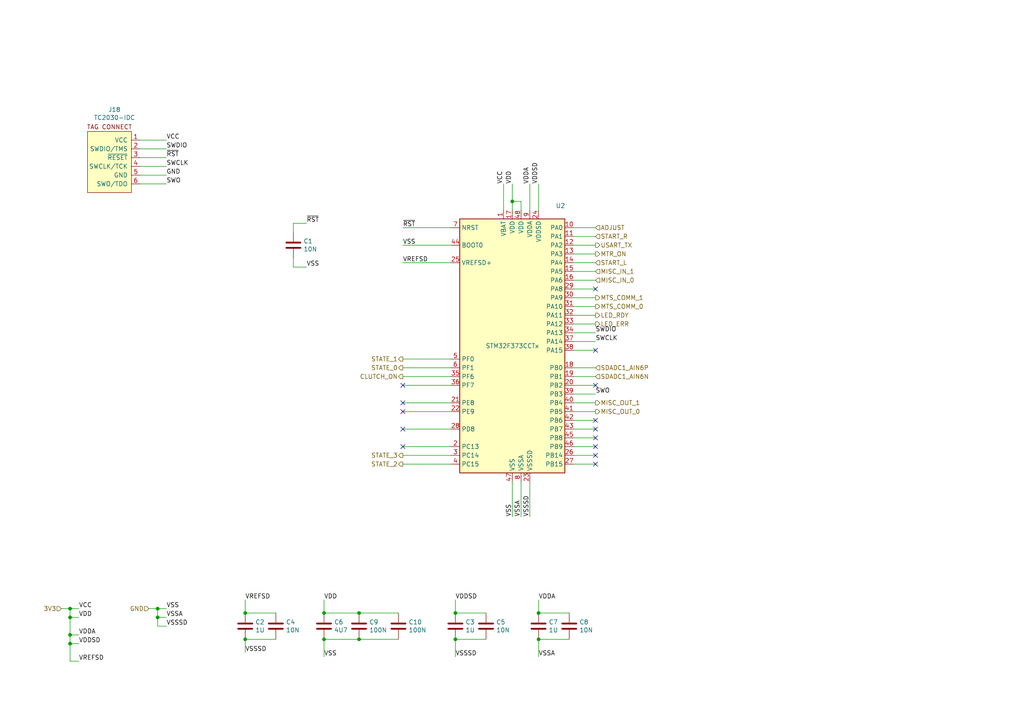
<source format=kicad_sch>
(kicad_sch (version 20211123) (generator eeschema)
  (paper "A4")
  (lib_symbols
    (symbol "Device:C" (pin_numbers hide) (pin_names (offset 0.254))
      (property "Reference" "C" (at 0.635 2.54 0))
      (property "Value" "C" (at 0.635 -2.54 0))
      (symbol "C_0_1"
        (polyline (pts (xy -2.032 -0.762) (xy 2.032 -0.762)) (stroke (width 0.508)))
        (polyline (pts (xy -2.032 0.762) (xy 2.032 0.762)) (stroke (width 0.508)))
      )
      (symbol "C_1_1"
        (pin passive line (at 0 3.81 270) (length 2.794) (name "~") (number "1"))
        (pin passive line (at 0 -3.81 90) (length 2.794) (name "~") (number "2"))
      )
    )
    (symbol "MCU_ST_STM32F3:STM32F373CCTx"
      (property "Reference" "U" (at -15.24 36.83 0))
      (property "Value" "STM32F373CCTx" (at 10.16 36.83 0))
      (symbol "STM32F373CCTx_0_1"
        (rectangle (start -15.24 -38.1) (end 15.24 35.56) (stroke (width 0.254)) (fill (type background)))
      )
      (symbol "STM32F373CCTx_1_1"
        (pin power_in line (at -2.54 38.1 270) (length 2.54) (name "VBAT") (number "1"))
        (pin bidirectional line (at 17.78 33.02 180) (length 2.54) (name "PA0") (number "10"))
        (pin bidirectional line (at 17.78 30.48 180) (length 2.54) (name "PA1") (number "11"))
        (pin bidirectional line (at 17.78 27.94 180) (length 2.54) (name "PA2") (number "12"))
        (pin bidirectional line (at 17.78 25.4 180) (length 2.54) (name "PA3") (number "13"))
        (pin bidirectional line (at 17.78 22.86 180) (length 2.54) (name "PA4") (number "14"))
        (pin bidirectional line (at 17.78 20.32 180) (length 2.54) (name "PA5") (number "15"))
        (pin bidirectional line (at 17.78 17.78 180) (length 2.54) (name "PA6") (number "16"))
        (pin power_in line (at 0 38.1 270) (length 2.54) (name "VDD") (number "17"))
        (pin bidirectional line (at 17.78 -7.62 180) (length 2.54) (name "PB0") (number "18"))
        (pin bidirectional line (at 17.78 -10.16 180) (length 2.54) (name "PB1") (number "19"))
        (pin bidirectional line (at -17.78 -30.48 0) (length 2.54) (name "PC13") (number "2"))
        (pin bidirectional line (at 17.78 -12.7 180) (length 2.54) (name "PB2") (number "20"))
        (pin bidirectional line (at -17.78 -17.78 0) (length 2.54) (name "PE8") (number "21"))
        (pin bidirectional line (at -17.78 -20.32 0) (length 2.54) (name "PE9") (number "22"))
        (pin power_in line (at 5.08 -40.64 90) (length 2.54) (name "VSSSD") (number "23"))
        (pin power_in line (at 7.62 38.1 270) (length 2.54) (name "VDDSD") (number "24"))
        (pin power_in line (at -17.78 22.86 0) (length 2.54) (name "VREFSD+") (number "25"))
        (pin bidirectional line (at 17.78 -33.02 180) (length 2.54) (name "PB14") (number "26"))
        (pin bidirectional line (at 17.78 -35.56 180) (length 2.54) (name "PB15") (number "27"))
        (pin bidirectional line (at -17.78 -25.4 0) (length 2.54) (name "PD8") (number "28"))
        (pin bidirectional line (at 17.78 15.24 180) (length 2.54) (name "PA8") (number "29"))
        (pin bidirectional line (at -17.78 -33.02 0) (length 2.54) (name "PC14") (number "3"))
        (pin bidirectional line (at 17.78 12.7 180) (length 2.54) (name "PA9") (number "30"))
        (pin bidirectional line (at 17.78 10.16 180) (length 2.54) (name "PA10") (number "31"))
        (pin bidirectional line (at 17.78 7.62 180) (length 2.54) (name "PA11") (number "32"))
        (pin bidirectional line (at 17.78 5.08 180) (length 2.54) (name "PA12") (number "33"))
        (pin bidirectional line (at 17.78 2.54 180) (length 2.54) (name "PA13") (number "34"))
        (pin bidirectional line (at -17.78 -10.16 0) (length 2.54) (name "PF6") (number "35"))
        (pin bidirectional line (at -17.78 -12.7 0) (length 2.54) (name "PF7") (number "36"))
        (pin bidirectional line (at 17.78 0 180) (length 2.54) (name "PA14") (number "37"))
        (pin bidirectional line (at 17.78 -2.54 180) (length 2.54) (name "PA15") (number "38"))
        (pin bidirectional line (at 17.78 -15.24 180) (length 2.54) (name "PB3") (number "39"))
        (pin bidirectional line (at -17.78 -35.56 0) (length 2.54) (name "PC15") (number "4"))
        (pin bidirectional line (at 17.78 -17.78 180) (length 2.54) (name "PB4") (number "40"))
        (pin bidirectional line (at 17.78 -20.32 180) (length 2.54) (name "PB5") (number "41"))
        (pin bidirectional line (at 17.78 -22.86 180) (length 2.54) (name "PB6") (number "42"))
        (pin bidirectional line (at 17.78 -25.4 180) (length 2.54) (name "PB7") (number "43"))
        (pin input line (at -17.78 27.94 0) (length 2.54) (name "BOOT0") (number "44"))
        (pin bidirectional line (at 17.78 -27.94 180) (length 2.54) (name "PB8") (number "45"))
        (pin bidirectional line (at 17.78 -30.48 180) (length 2.54) (name "PB9") (number "46"))
        (pin power_in line (at 0 -40.64 90) (length 2.54) (name "VSS") (number "47"))
        (pin power_in line (at 2.54 38.1 270) (length 2.54) (name "VDD") (number "48"))
        (pin input line (at -17.78 -5.08 0) (length 2.54) (name "PF0") (number "5"))
        (pin input line (at -17.78 -7.62 0) (length 2.54) (name "PF1") (number "6"))
        (pin input line (at -17.78 33.02 0) (length 2.54) (name "NRST") (number "7"))
        (pin power_in line (at 2.54 -40.64 90) (length 2.54) (name "VSSA") (number "8"))
        (pin power_in line (at 5.08 38.1 270) (length 2.54) (name "VDDA") (number "9"))
      )
    )
    (symbol "william_connectors:TC2030-IDC" (pin_names (offset 1.016))
      (property "Reference" "J" (at 10.16 -8.89 0))
      (property "Value" "william_connectors_TC2030-IDC" (at 1.27 -10.16 0))
      (symbol "TC2030-IDC_0_0"
        (text "TAG CONNECT" (at 1.27 10.16 0) (effects (font (size 1.27 1.27))))
      )
      (symbol "TC2030-IDC_0_1"
        (rectangle (start -5.08 -8.89) (end 7.62 8.89) (fill (type background)))
      )
      (symbol "TC2030-IDC_1_1"
        (pin power_in line (at -7.62 6.35 0) (length 2.54) (name "VCC") (number "1"))
        (pin bidirectional line (at -7.62 3.81 0) (length 2.54) (name "SWDIO/TMS") (number "2"))
        (pin output line (at -7.62 1.27 0) (length 2.54) (name "~{RESET}") (number "3"))
        (pin output line (at -7.62 -1.27 0) (length 2.54) (name "SWCLK/TCK") (number "4"))
        (pin power_in line (at -7.62 -3.81 0) (length 2.54) (name "GND") (number "5"))
        (pin input line (at -7.62 -6.35 0) (length 2.54) (name "SWO/TDO") (number "6"))
      )
    )
  )
  (junction (at 104.14 185.42))
  (junction (at 20.32 186.69))
  (junction (at 71.12 185.42))
  (junction (at 132.08 185.42))
  (junction (at 132.08 177.8))
  (junction (at 93.98 177.8))
  (junction (at 20.32 179.07))
  (junction (at 71.12 177.8))
  (junction (at 93.98 185.42))
  (junction (at 20.32 184.15))
  (junction (at 20.32 176.53))
  (junction (at 45.72 176.53))
  (junction (at 156.21 185.42))
  (junction (at 156.21 177.8))
  (junction (at 148.59 58.42))
  (junction (at 104.14 177.8))
  (junction (at 45.72 179.07))
  (no_connect (at 172.72 83.82))
  (no_connect (at 116.84 111.76))
  (no_connect (at 172.72 134.62))
  (no_connect (at 116.84 124.46))
  (no_connect (at 116.84 129.54))
  (no_connect (at 172.72 127))
  (no_connect (at 172.72 121.92))
  (no_connect (at 172.72 132.08))
  (no_connect (at 172.72 111.76))
  (no_connect (at 172.72 124.46))
  (no_connect (at 116.84 119.38))
  (no_connect (at 172.72 129.54))
  (no_connect (at 172.72 101.6))
  (no_connect (at 116.84 116.84))
  (wire (pts (xy 20.32 184.15) (xy 22.86 184.15)))
  (wire (pts (xy 71.12 185.42) (xy 80.01 185.42)))
  (wire (pts (xy 20.32 176.53) (xy 22.86 176.53)))
  (wire (pts (xy 45.72 179.07) (xy 48.26 179.07)))
  (wire (pts (xy 166.37 101.6) (xy 172.72 101.6)))
  (wire (pts (xy 48.26 43.18) (xy 40.64 43.18)))
  (wire (pts (xy 116.84 66.04) (xy 130.81 66.04)))
  (wire (pts (xy 146.05 60.96) (xy 146.05 53.34)))
  (wire (pts (xy 172.72 83.82) (xy 166.37 83.82)))
  (wire (pts (xy 172.72 116.84) (xy 166.37 116.84)))
  (wire (pts (xy 166.37 86.36) (xy 172.72 86.36)))
  (wire (pts (xy 88.9 77.47) (xy 85.09 77.47)))
  (wire (pts (xy 130.81 132.08) (xy 116.84 132.08)))
  (wire (pts (xy 20.32 179.07) (xy 20.32 184.15)))
  (wire (pts (xy 130.81 116.84) (xy 116.84 116.84)))
  (wire (pts (xy 85.09 64.77) (xy 85.09 67.31)))
  (wire (pts (xy 172.72 99.06) (xy 166.37 99.06)))
  (wire (pts (xy 20.32 179.07) (xy 20.32 176.53)))
  (wire (pts (xy 172.72 111.76) (xy 166.37 111.76)))
  (wire (pts (xy 172.72 88.9) (xy 166.37 88.9)))
  (wire (pts (xy 20.32 191.77) (xy 20.32 186.69)))
  (wire (pts (xy 140.97 185.42) (xy 132.08 185.42)))
  (wire (pts (xy 156.21 173.99) (xy 156.21 177.8)))
  (wire (pts (xy 166.37 134.62) (xy 172.72 134.62)))
  (wire (pts (xy 166.37 109.22) (xy 172.72 109.22)))
  (wire (pts (xy 22.86 179.07) (xy 20.32 179.07)))
  (wire (pts (xy 156.21 190.5) (xy 156.21 185.42)))
  (wire (pts (xy 166.37 68.58) (xy 172.72 68.58)))
  (wire (pts (xy 116.84 124.46) (xy 130.81 124.46)))
  (wire (pts (xy 71.12 185.42) (xy 71.12 189.23)))
  (wire (pts (xy 115.57 185.42) (xy 104.14 185.42)))
  (wire (pts (xy 148.59 53.34) (xy 148.59 58.42)))
  (wire (pts (xy 166.37 129.54) (xy 172.72 129.54)))
  (wire (pts (xy 153.67 60.96) (xy 153.67 53.34)))
  (wire (pts (xy 20.32 186.69) (xy 20.32 184.15)))
  (wire (pts (xy 48.26 176.53) (xy 45.72 176.53)))
  (wire (pts (xy 40.64 45.72) (xy 48.26 45.72)))
  (wire (pts (xy 172.72 132.08) (xy 166.37 132.08)))
  (wire (pts (xy 116.84 111.76) (xy 130.81 111.76)))
  (wire (pts (xy 153.67 149.86) (xy 153.67 139.7)))
  (wire (pts (xy 172.72 66.04) (xy 166.37 66.04)))
  (wire (pts (xy 85.09 77.47) (xy 85.09 74.93)))
  (wire (pts (xy 93.98 173.99) (xy 93.98 177.8)))
  (wire (pts (xy 93.98 177.8) (xy 104.14 177.8)))
  (wire (pts (xy 151.13 58.42) (xy 148.59 58.42)))
  (wire (pts (xy 116.84 119.38) (xy 130.81 119.38)))
  (wire (pts (xy 132.08 173.99) (xy 132.08 177.8)))
  (wire (pts (xy 130.81 104.14) (xy 116.84 104.14)))
  (wire (pts (xy 166.37 91.44) (xy 172.72 91.44)))
  (wire (pts (xy 116.84 129.54) (xy 130.81 129.54)))
  (wire (pts (xy 156.21 53.34) (xy 156.21 60.96)))
  (wire (pts (xy 104.14 185.42) (xy 93.98 185.42)))
  (wire (pts (xy 45.72 179.07) (xy 45.72 176.53)))
  (wire (pts (xy 48.26 181.61) (xy 45.72 181.61)))
  (wire (pts (xy 172.72 121.92) (xy 166.37 121.92)))
  (wire (pts (xy 48.26 53.34) (xy 40.64 53.34)))
  (wire (pts (xy 93.98 190.5) (xy 93.98 185.42)))
  (wire (pts (xy 80.01 177.8) (xy 71.12 177.8)))
  (wire (pts (xy 148.59 58.42) (xy 148.59 60.96)))
  (wire (pts (xy 22.86 191.77) (xy 20.32 191.77)))
  (wire (pts (xy 172.72 71.12) (xy 166.37 71.12)))
  (wire (pts (xy 166.37 114.3) (xy 172.72 114.3)))
  (wire (pts (xy 130.81 109.22) (xy 116.84 109.22)))
  (wire (pts (xy 172.72 127) (xy 166.37 127)))
  (wire (pts (xy 165.1 185.42) (xy 156.21 185.42)))
  (wire (pts (xy 116.84 106.68) (xy 130.81 106.68)))
  (wire (pts (xy 71.12 173.99) (xy 71.12 177.8)))
  (wire (pts (xy 166.37 96.52) (xy 172.72 96.52)))
  (wire (pts (xy 40.64 50.8) (xy 48.26 50.8)))
  (wire (pts (xy 104.14 177.8) (xy 115.57 177.8)))
  (wire (pts (xy 156.21 177.8) (xy 165.1 177.8)))
  (wire (pts (xy 166.37 119.38) (xy 172.72 119.38)))
  (wire (pts (xy 166.37 76.2) (xy 172.72 76.2)))
  (wire (pts (xy 172.72 93.98) (xy 166.37 93.98)))
  (wire (pts (xy 22.86 186.69) (xy 20.32 186.69)))
  (wire (pts (xy 172.72 106.68) (xy 166.37 106.68)))
  (wire (pts (xy 45.72 176.53) (xy 43.18 176.53)))
  (wire (pts (xy 166.37 124.46) (xy 172.72 124.46)))
  (wire (pts (xy 172.72 73.66) (xy 166.37 73.66)))
  (wire (pts (xy 40.64 48.26) (xy 48.26 48.26)))
  (wire (pts (xy 151.13 139.7) (xy 151.13 149.86)))
  (wire (pts (xy 132.08 190.5) (xy 132.08 185.42)))
  (wire (pts (xy 166.37 81.28) (xy 172.72 81.28)))
  (wire (pts (xy 17.78 176.53) (xy 20.32 176.53)))
  (wire (pts (xy 132.08 177.8) (xy 140.97 177.8)))
  (wire (pts (xy 88.9 64.77) (xy 85.09 64.77)))
  (wire (pts (xy 116.84 134.62) (xy 130.81 134.62)))
  (wire (pts (xy 151.13 60.96) (xy 151.13 58.42)))
  (wire (pts (xy 116.84 71.12) (xy 130.81 71.12)))
  (wire (pts (xy 172.72 78.74) (xy 166.37 78.74)))
  (wire (pts (xy 45.72 181.61) (xy 45.72 179.07)))
  (wire (pts (xy 116.84 76.2) (xy 130.81 76.2)))
  (wire (pts (xy 48.26 40.64) (xy 40.64 40.64)))
  (wire (pts (xy 148.59 149.86) (xy 148.59 139.7)))
  (label "VDDA" (at 22.86 184.15 0))
  (label "VDDSD" (at 132.08 173.99 0))
  (label "VDD" (at 148.59 53.34 90))
  (label "VCC" (at 48.26 40.64 0))
  (label "SWO" (at 48.26 53.34 0))
  (label "VSSSD" (at 48.26 181.61 0))
  (label "VSS" (at 88.9 77.47 0))
  (label "~{RST}" (at 116.84 66.04 0))
  (label "VREFSD" (at 22.86 191.77 0))
  (label "VSSSD" (at 71.12 189.23 0))
  (label "VSS" (at 93.98 190.5 0))
  (label "SWDIO" (at 48.26 43.18 0))
  (label "SWCLK" (at 172.72 99.06 0))
  (label "~{RST}" (at 88.9 64.77 0))
  (label "VSS" (at 116.84 71.12 0))
  (label "VDDA" (at 156.21 173.99 0))
  (label "VCC" (at 146.05 53.34 90))
  (label "~{RST}" (at 48.26 45.72 0))
  (label "VSSA" (at 48.26 179.07 0))
  (label "VSSA" (at 156.21 190.5 0))
  (label "VSSSD" (at 132.08 190.5 0))
  (label "VSS" (at 48.26 176.53 0))
  (label "SWDIO" (at 172.72 96.52 0))
  (label "SWO" (at 172.72 114.3 0))
  (label "VDDSD" (at 156.21 53.34 90))
  (label "VDDA" (at 153.67 53.34 90))
  (label "VDD" (at 93.98 173.99 0))
  (label "VSSA" (at 151.13 149.86 90))
  (label "VREFSD" (at 116.84 76.2 0))
  (label "SWCLK" (at 48.26 48.26 0))
  (label "VDD" (at 22.86 179.07 0))
  (label "VSSSD" (at 153.67 149.86 90))
  (label "VSS" (at 148.59 149.86 90))
  (label "VDDSD" (at 22.86 186.69 0))
  (label "VREFSD" (at 71.12 173.99 0))
  (label "GND" (at 48.26 50.8 0))
  (label "VCC" (at 22.86 176.53 0))
  (hierarchical_label "GND" (shape input) (at 43.18 176.53 180))
  (hierarchical_label "MISC_OUT_1" (shape output) (at 172.72 116.84 0))
  (hierarchical_label "MISC_OUT_0" (shape output) (at 172.72 119.38 0))
  (hierarchical_label "SDADC1_AIN6P" (shape input) (at 172.72 106.68 0))
  (hierarchical_label "STATE_0" (shape output) (at 116.84 106.68 180))
  (hierarchical_label "MISC_IN_0" (shape input) (at 172.72 81.28 0))
  (hierarchical_label "MTR_ON" (shape output) (at 172.72 73.66 0))
  (hierarchical_label "SDADC1_AIN6N" (shape input) (at 172.72 109.22 0))
  (hierarchical_label "USART_TX" (shape output) (at 172.72 71.12 0))
  (hierarchical_label "CLUTCH_ON" (shape output) (at 116.84 109.22 180))
  (hierarchical_label "MTS_COMM_0" (shape output) (at 172.72 88.9 0))
  (hierarchical_label "STATE_1" (shape output) (at 116.84 104.14 180))
  (hierarchical_label "ADJUST" (shape input) (at 172.72 66.04 0))
  (hierarchical_label "STATE_2" (shape output) (at 116.84 134.62 180))
  (hierarchical_label "STATE_3" (shape output) (at 116.84 132.08 180))
  (hierarchical_label "MTS_COMM_1" (shape output) (at 172.72 86.36 0))
  (hierarchical_label "3V3" (shape input) (at 17.78 176.53 180))
  (hierarchical_label "START_L" (shape input) (at 172.72 76.2 0))
  (hierarchical_label "MISC_IN_1" (shape input) (at 172.72 78.74 0))
  (hierarchical_label "LED_ERR" (shape output) (at 172.72 93.98 0))
  (hierarchical_label "LED_RDY" (shape output) (at 172.72 91.44 0))
  (hierarchical_label "START_R" (shape input) (at 172.72 68.58 0))
  (symbol (lib_id "MCU_ST_STM32F3:STM32F373CCTx") (at 148.59 99.06 0) (unit 1)
    (property "Reference" "U2" (at 162.56 59.69 0))
    (property "Value" "STM32F373CCTx" (at 148.59 100.33 0))
    (property "Footprint" "Package_QFP:LQFP-48_7x7mm_P0.5mm" (effects hide))
    (property "Datasheet" "http://www.st.com/st-web-ui/static/active/en/resource/technical/document/datasheet/DM00046749.pdf" (effects hide))
  )
  (symbol (lib_id "Device:C") (at 85.09 71.12 0) (unit 1)
    (property "Reference" "C1" (at 88.011 69.9516 0) (effects (justify left)))
    (property "Value" "10N" (at 88.011 72.263 0) (effects (justify left)))
    (property "Footprint" "Capacitor_SMD:C_0603_1608Metric" (effects hide))
  )
  (symbol (lib_id "william_connectors:TC2030-IDC") (at 33.02 46.99 0) (mirror y) (unit 1)
    (property "Reference" "J18" (at 33.1978 31.8008 0))
    (property "Value" "TC2030-IDC" (at 33.1978 34.1122 0))
    (property "Footprint" "Connector:Tag-Connect_TC2030-IDC-FP_2x03_P1.27mm_Vertical" (effects hide))
    (property "Datasheet" "http://www.tag-connect.com/Materials/TC2030-IDC.pdf" (effects hide))
  )
  (symbol (lib_id "Device:C") (at 140.97 181.61 0) (unit 1)
    (property "Reference" "C5" (at 143.891 180.4416 0) (effects (justify left)))
    (property "Value" "10N" (at 143.891 182.753 0) (effects (justify left)))
    (property "Footprint" "Capacitor_SMD:C_0603_1608Metric" (effects hide))
  )
  (symbol (lib_id "Device:C") (at 132.08 181.61 0) (unit 1)
    (property "Reference" "C3" (at 135.001 180.4416 0) (effects (justify left)))
    (property "Value" "1U" (at 135.001 182.753 0) (effects (justify left)))
    (property "Footprint" "Capacitor_SMD:C_0603_1608Metric" (effects hide))
  )
  (symbol (lib_id "Device:C") (at 80.01 181.61 0) (unit 1)
    (property "Reference" "C4" (at 82.931 180.4416 0) (effects (justify left)))
    (property "Value" "10N" (at 82.931 182.753 0) (effects (justify left)))
    (property "Footprint" "Capacitor_SMD:C_0603_1608Metric" (effects hide))
  )
  (symbol (lib_id "Device:C") (at 71.12 181.61 0) (unit 1)
    (property "Reference" "C2" (at 74.041 180.4416 0) (effects (justify left)))
    (property "Value" "1U" (at 74.041 182.753 0) (effects (justify left)))
    (property "Footprint" "Capacitor_SMD:C_0603_1608Metric" (effects hide))
  )
  (symbol (lib_id "Device:C") (at 104.14 181.61 0) (unit 1)
    (property "Reference" "C9" (at 107.061 180.4416 0) (effects (justify left)))
    (property "Value" "100N" (at 107.061 182.753 0) (effects (justify left)))
    (property "Footprint" "Capacitor_SMD:C_0603_1608Metric" (effects hide))
  )
  (symbol (lib_id "Device:C") (at 93.98 181.61 0) (unit 1)
    (property "Reference" "C6" (at 96.901 180.4416 0) (effects (justify left)))
    (property "Value" "4U7" (at 96.901 182.753 0) (effects (justify left)))
    (property "Footprint" "Capacitor_SMD:C_0603_1608Metric" (effects hide))
  )
  (symbol (lib_id "Device:C") (at 115.57 181.61 0) (unit 1)
    (property "Reference" "C10" (at 118.491 180.4416 0) (effects (justify left)))
    (property "Value" "100N" (at 118.491 182.753 0) (effects (justify left)))
    (property "Footprint" "Capacitor_SMD:C_0603_1608Metric" (effects hide))
  )
  (symbol (lib_id "Device:C") (at 165.1 181.61 0) (unit 1)
    (property "Reference" "C8" (at 168.021 180.4416 0) (effects (justify left)))
    (property "Value" "10N" (at 168.021 182.753 0) (effects (justify left)))
    (property "Footprint" "Capacitor_SMD:C_0603_1608Metric" (effects hide))
  )
  (symbol (lib_id "Device:C") (at 156.21 181.61 0) (unit 1)
    (property "Reference" "C7" (at 159.131 180.4416 0) (effects (justify left)))
    (property "Value" "1U" (at 159.131 182.753 0) (effects (justify left)))
    (property "Footprint" "Capacitor_SMD:C_0603_1608Metric" (effects hide))
  )
)
</source>
